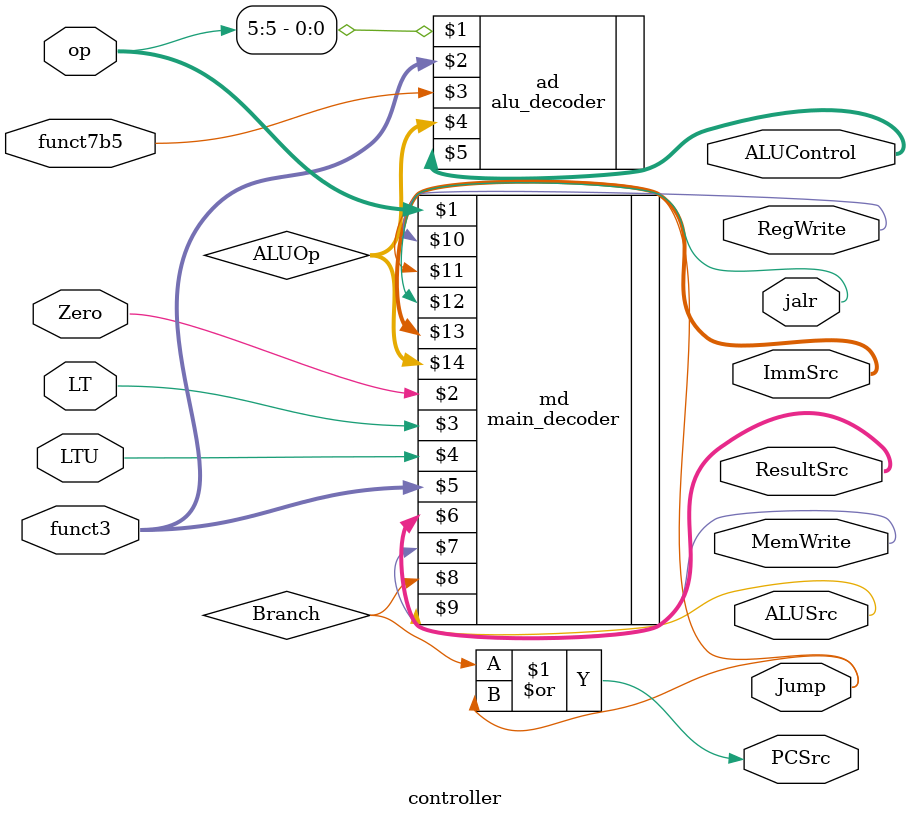
<source format=v>


module controller (
    input [6:0]  op,
    input [2:0]  funct3,
    input        funct7b5,
    input        Zero, LT,LTU,
    output       [1:0] ResultSrc,
    output       MemWrite,
    output       PCSrc, ALUSrc,
    output       RegWrite, Jump,jalr,
    output [2:0] ImmSrc,
    output [3:0] ALUControl
);

wire [1:0] ALUOp;
wire       Branch;

main_decoder    md (op, Zero, LT, LTU,  funct3, ResultSrc, MemWrite, Branch,
                    ALUSrc, RegWrite, Jump, jalr, ImmSrc, ALUOp);

alu_decoder     ad (op[5], funct3, funct7b5, ALUOp, ALUControl);

// for jump and branch
assign PCSrc = Branch  | Jump;

endmodule


</source>
